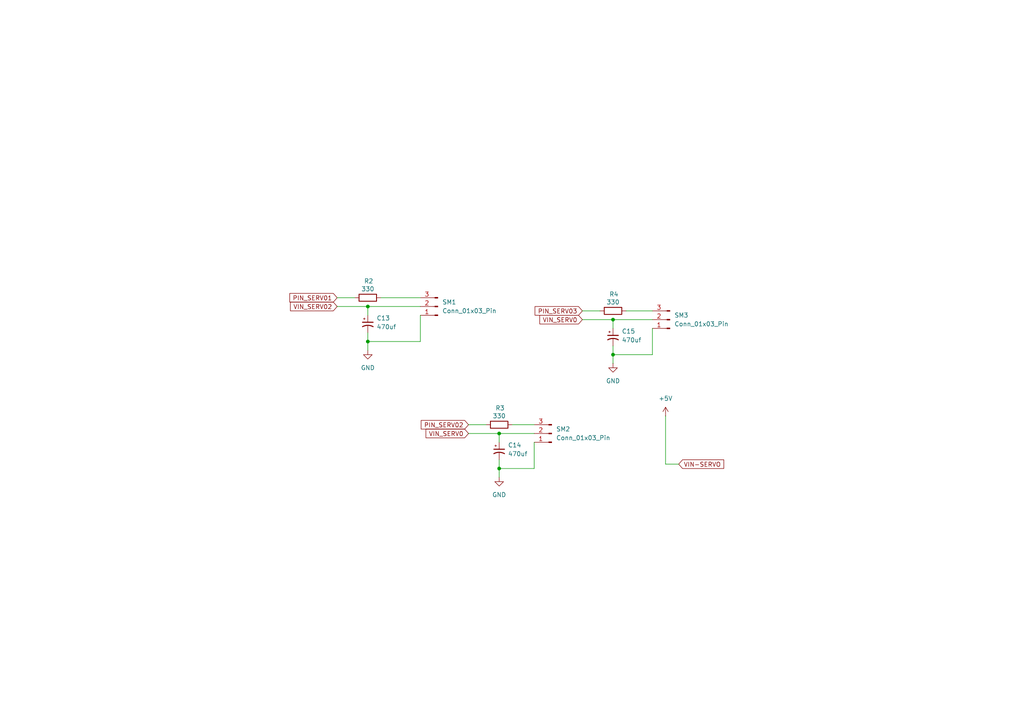
<source format=kicad_sch>
(kicad_sch
	(version 20250114)
	(generator "eeschema")
	(generator_version "9.0")
	(uuid "1d19d0e9-c1de-4dd9-b462-5df685d680fa")
	(paper "A4")
	(lib_symbols
		(symbol "Connector:Conn_01x03_Pin"
			(pin_names
				(offset 1.016)
				(hide yes)
			)
			(exclude_from_sim no)
			(in_bom yes)
			(on_board yes)
			(property "Reference" "J"
				(at 0 5.08 0)
				(effects
					(font
						(size 1.27 1.27)
					)
				)
			)
			(property "Value" "Conn_01x03_Pin"
				(at 0 -5.08 0)
				(effects
					(font
						(size 1.27 1.27)
					)
				)
			)
			(property "Footprint" ""
				(at 0 0 0)
				(effects
					(font
						(size 1.27 1.27)
					)
					(hide yes)
				)
			)
			(property "Datasheet" "~"
				(at 0 0 0)
				(effects
					(font
						(size 1.27 1.27)
					)
					(hide yes)
				)
			)
			(property "Description" "Generic connector, single row, 01x03, script generated"
				(at 0 0 0)
				(effects
					(font
						(size 1.27 1.27)
					)
					(hide yes)
				)
			)
			(property "ki_locked" ""
				(at 0 0 0)
				(effects
					(font
						(size 1.27 1.27)
					)
				)
			)
			(property "ki_keywords" "connector"
				(at 0 0 0)
				(effects
					(font
						(size 1.27 1.27)
					)
					(hide yes)
				)
			)
			(property "ki_fp_filters" "Connector*:*_1x??_*"
				(at 0 0 0)
				(effects
					(font
						(size 1.27 1.27)
					)
					(hide yes)
				)
			)
			(symbol "Conn_01x03_Pin_1_1"
				(rectangle
					(start 0.8636 2.667)
					(end 0 2.413)
					(stroke
						(width 0.1524)
						(type default)
					)
					(fill
						(type outline)
					)
				)
				(rectangle
					(start 0.8636 0.127)
					(end 0 -0.127)
					(stroke
						(width 0.1524)
						(type default)
					)
					(fill
						(type outline)
					)
				)
				(rectangle
					(start 0.8636 -2.413)
					(end 0 -2.667)
					(stroke
						(width 0.1524)
						(type default)
					)
					(fill
						(type outline)
					)
				)
				(polyline
					(pts
						(xy 1.27 2.54) (xy 0.8636 2.54)
					)
					(stroke
						(width 0.1524)
						(type default)
					)
					(fill
						(type none)
					)
				)
				(polyline
					(pts
						(xy 1.27 0) (xy 0.8636 0)
					)
					(stroke
						(width 0.1524)
						(type default)
					)
					(fill
						(type none)
					)
				)
				(polyline
					(pts
						(xy 1.27 -2.54) (xy 0.8636 -2.54)
					)
					(stroke
						(width 0.1524)
						(type default)
					)
					(fill
						(type none)
					)
				)
				(pin passive line
					(at 5.08 2.54 180)
					(length 3.81)
					(name "Pin_1"
						(effects
							(font
								(size 1.27 1.27)
							)
						)
					)
					(number "1"
						(effects
							(font
								(size 1.27 1.27)
							)
						)
					)
				)
				(pin passive line
					(at 5.08 0 180)
					(length 3.81)
					(name "Pin_2"
						(effects
							(font
								(size 1.27 1.27)
							)
						)
					)
					(number "2"
						(effects
							(font
								(size 1.27 1.27)
							)
						)
					)
				)
				(pin passive line
					(at 5.08 -2.54 180)
					(length 3.81)
					(name "Pin_3"
						(effects
							(font
								(size 1.27 1.27)
							)
						)
					)
					(number "3"
						(effects
							(font
								(size 1.27 1.27)
							)
						)
					)
				)
			)
			(embedded_fonts no)
		)
		(symbol "Device:C_Polarized_Small_US"
			(pin_numbers
				(hide yes)
			)
			(pin_names
				(offset 0.254)
				(hide yes)
			)
			(exclude_from_sim no)
			(in_bom yes)
			(on_board yes)
			(property "Reference" "C"
				(at 0.254 1.778 0)
				(effects
					(font
						(size 1.27 1.27)
					)
					(justify left)
				)
			)
			(property "Value" "C_Polarized_Small_US"
				(at 0.254 -2.032 0)
				(effects
					(font
						(size 1.27 1.27)
					)
					(justify left)
				)
			)
			(property "Footprint" ""
				(at 0 0 0)
				(effects
					(font
						(size 1.27 1.27)
					)
					(hide yes)
				)
			)
			(property "Datasheet" "~"
				(at 0 0 0)
				(effects
					(font
						(size 1.27 1.27)
					)
					(hide yes)
				)
			)
			(property "Description" "Polarized capacitor, small US symbol"
				(at 0 0 0)
				(effects
					(font
						(size 1.27 1.27)
					)
					(hide yes)
				)
			)
			(property "ki_keywords" "cap capacitor"
				(at 0 0 0)
				(effects
					(font
						(size 1.27 1.27)
					)
					(hide yes)
				)
			)
			(property "ki_fp_filters" "CP_*"
				(at 0 0 0)
				(effects
					(font
						(size 1.27 1.27)
					)
					(hide yes)
				)
			)
			(symbol "C_Polarized_Small_US_0_1"
				(polyline
					(pts
						(xy -1.524 0.508) (xy 1.524 0.508)
					)
					(stroke
						(width 0.3048)
						(type default)
					)
					(fill
						(type none)
					)
				)
				(polyline
					(pts
						(xy -1.27 1.524) (xy -0.762 1.524)
					)
					(stroke
						(width 0)
						(type default)
					)
					(fill
						(type none)
					)
				)
				(polyline
					(pts
						(xy -1.016 1.27) (xy -1.016 1.778)
					)
					(stroke
						(width 0)
						(type default)
					)
					(fill
						(type none)
					)
				)
				(arc
					(start -1.524 -0.762)
					(mid 0 -0.3734)
					(end 1.524 -0.762)
					(stroke
						(width 0.3048)
						(type default)
					)
					(fill
						(type none)
					)
				)
			)
			(symbol "C_Polarized_Small_US_1_1"
				(pin passive line
					(at 0 2.54 270)
					(length 2.032)
					(name "~"
						(effects
							(font
								(size 1.27 1.27)
							)
						)
					)
					(number "1"
						(effects
							(font
								(size 1.27 1.27)
							)
						)
					)
				)
				(pin passive line
					(at 0 -2.54 90)
					(length 2.032)
					(name "~"
						(effects
							(font
								(size 1.27 1.27)
							)
						)
					)
					(number "2"
						(effects
							(font
								(size 1.27 1.27)
							)
						)
					)
				)
			)
			(embedded_fonts no)
		)
		(symbol "Device:R"
			(pin_numbers
				(hide yes)
			)
			(pin_names
				(offset 0)
			)
			(exclude_from_sim no)
			(in_bom yes)
			(on_board yes)
			(property "Reference" "R"
				(at 2.032 0 90)
				(effects
					(font
						(size 1.27 1.27)
					)
				)
			)
			(property "Value" "R"
				(at 0 0 90)
				(effects
					(font
						(size 1.27 1.27)
					)
				)
			)
			(property "Footprint" ""
				(at -1.778 0 90)
				(effects
					(font
						(size 1.27 1.27)
					)
					(hide yes)
				)
			)
			(property "Datasheet" "~"
				(at 0 0 0)
				(effects
					(font
						(size 1.27 1.27)
					)
					(hide yes)
				)
			)
			(property "Description" "Resistor"
				(at 0 0 0)
				(effects
					(font
						(size 1.27 1.27)
					)
					(hide yes)
				)
			)
			(property "ki_keywords" "R res resistor"
				(at 0 0 0)
				(effects
					(font
						(size 1.27 1.27)
					)
					(hide yes)
				)
			)
			(property "ki_fp_filters" "R_*"
				(at 0 0 0)
				(effects
					(font
						(size 1.27 1.27)
					)
					(hide yes)
				)
			)
			(symbol "R_0_1"
				(rectangle
					(start -1.016 -2.54)
					(end 1.016 2.54)
					(stroke
						(width 0.254)
						(type default)
					)
					(fill
						(type none)
					)
				)
			)
			(symbol "R_1_1"
				(pin passive line
					(at 0 3.81 270)
					(length 1.27)
					(name "~"
						(effects
							(font
								(size 1.27 1.27)
							)
						)
					)
					(number "1"
						(effects
							(font
								(size 1.27 1.27)
							)
						)
					)
				)
				(pin passive line
					(at 0 -3.81 90)
					(length 1.27)
					(name "~"
						(effects
							(font
								(size 1.27 1.27)
							)
						)
					)
					(number "2"
						(effects
							(font
								(size 1.27 1.27)
							)
						)
					)
				)
			)
			(embedded_fonts no)
		)
		(symbol "power:GND"
			(power)
			(pin_numbers
				(hide yes)
			)
			(pin_names
				(offset 0)
				(hide yes)
			)
			(exclude_from_sim no)
			(in_bom yes)
			(on_board yes)
			(property "Reference" "#PWR"
				(at 0 -6.35 0)
				(effects
					(font
						(size 1.27 1.27)
					)
					(hide yes)
				)
			)
			(property "Value" "GND"
				(at 0 -3.81 0)
				(effects
					(font
						(size 1.27 1.27)
					)
				)
			)
			(property "Footprint" ""
				(at 0 0 0)
				(effects
					(font
						(size 1.27 1.27)
					)
					(hide yes)
				)
			)
			(property "Datasheet" ""
				(at 0 0 0)
				(effects
					(font
						(size 1.27 1.27)
					)
					(hide yes)
				)
			)
			(property "Description" "Power symbol creates a global label with name \"GND\" , ground"
				(at 0 0 0)
				(effects
					(font
						(size 1.27 1.27)
					)
					(hide yes)
				)
			)
			(property "ki_keywords" "global power"
				(at 0 0 0)
				(effects
					(font
						(size 1.27 1.27)
					)
					(hide yes)
				)
			)
			(symbol "GND_0_1"
				(polyline
					(pts
						(xy 0 0) (xy 0 -1.27) (xy 1.27 -1.27) (xy 0 -2.54) (xy -1.27 -1.27) (xy 0 -1.27)
					)
					(stroke
						(width 0)
						(type default)
					)
					(fill
						(type none)
					)
				)
			)
			(symbol "GND_1_1"
				(pin power_in line
					(at 0 0 270)
					(length 0)
					(name "~"
						(effects
							(font
								(size 1.27 1.27)
							)
						)
					)
					(number "1"
						(effects
							(font
								(size 1.27 1.27)
							)
						)
					)
				)
			)
			(embedded_fonts no)
		)
		(symbol "power:VCC"
			(power)
			(pin_numbers
				(hide yes)
			)
			(pin_names
				(offset 0)
				(hide yes)
			)
			(exclude_from_sim no)
			(in_bom yes)
			(on_board yes)
			(property "Reference" "#PWR"
				(at 0 -3.81 0)
				(effects
					(font
						(size 1.27 1.27)
					)
					(hide yes)
				)
			)
			(property "Value" "VCC"
				(at 0 3.556 0)
				(effects
					(font
						(size 1.27 1.27)
					)
				)
			)
			(property "Footprint" ""
				(at 0 0 0)
				(effects
					(font
						(size 1.27 1.27)
					)
					(hide yes)
				)
			)
			(property "Datasheet" ""
				(at 0 0 0)
				(effects
					(font
						(size 1.27 1.27)
					)
					(hide yes)
				)
			)
			(property "Description" "Power symbol creates a global label with name \"VCC\""
				(at 0 0 0)
				(effects
					(font
						(size 1.27 1.27)
					)
					(hide yes)
				)
			)
			(property "ki_keywords" "global power"
				(at 0 0 0)
				(effects
					(font
						(size 1.27 1.27)
					)
					(hide yes)
				)
			)
			(symbol "VCC_0_1"
				(polyline
					(pts
						(xy -0.762 1.27) (xy 0 2.54)
					)
					(stroke
						(width 0)
						(type default)
					)
					(fill
						(type none)
					)
				)
				(polyline
					(pts
						(xy 0 2.54) (xy 0.762 1.27)
					)
					(stroke
						(width 0)
						(type default)
					)
					(fill
						(type none)
					)
				)
				(polyline
					(pts
						(xy 0 0) (xy 0 2.54)
					)
					(stroke
						(width 0)
						(type default)
					)
					(fill
						(type none)
					)
				)
			)
			(symbol "VCC_1_1"
				(pin power_in line
					(at 0 0 90)
					(length 0)
					(name "~"
						(effects
							(font
								(size 1.27 1.27)
							)
						)
					)
					(number "1"
						(effects
							(font
								(size 1.27 1.27)
							)
						)
					)
				)
			)
			(embedded_fonts no)
		)
	)
	(junction
		(at 144.78 125.73)
		(diameter 0)
		(color 0 0 0 0)
		(uuid "5f560817-689c-4a12-8f01-9563945d3d04")
	)
	(junction
		(at 106.68 99.06)
		(diameter 0)
		(color 0 0 0 0)
		(uuid "6825fa38-c713-49c7-b26c-0f4b2cfc1019")
	)
	(junction
		(at 177.8 92.71)
		(diameter 0)
		(color 0 0 0 0)
		(uuid "8dc40440-21ff-4f35-bd78-b976148320ee")
	)
	(junction
		(at 177.8 102.87)
		(diameter 0)
		(color 0 0 0 0)
		(uuid "ce75be51-644e-430e-b112-f9899cec102f")
	)
	(junction
		(at 144.78 135.89)
		(diameter 0)
		(color 0 0 0 0)
		(uuid "e94b68f0-c79d-44a0-b718-15e3d80322fe")
	)
	(junction
		(at 106.68 88.9)
		(diameter 0)
		(color 0 0 0 0)
		(uuid "fb4dfa7b-450c-4a75-89fd-9704b7bfbd00")
	)
	(wire
		(pts
			(xy 193.04 120.65) (xy 193.04 134.62)
		)
		(stroke
			(width 0)
			(type default)
		)
		(uuid "3fb6db68-951f-419f-bf0d-2c1e1a39cd5c")
	)
	(wire
		(pts
			(xy 168.91 90.17) (xy 173.99 90.17)
		)
		(stroke
			(width 0)
			(type default)
		)
		(uuid "41f8df96-a814-4418-8fed-aa026a7f60fc")
	)
	(wire
		(pts
			(xy 144.78 133.35) (xy 144.78 135.89)
		)
		(stroke
			(width 0)
			(type default)
		)
		(uuid "4ba81242-9ba2-4b13-b89e-d3d6062487a1")
	)
	(wire
		(pts
			(xy 148.59 123.19) (xy 154.94 123.19)
		)
		(stroke
			(width 0)
			(type default)
		)
		(uuid "526ae5c8-4333-49c3-99ef-9f85d0a1b729")
	)
	(wire
		(pts
			(xy 144.78 125.73) (xy 154.94 125.73)
		)
		(stroke
			(width 0)
			(type default)
		)
		(uuid "72817a74-fd8c-4c21-bc61-1168553115f2")
	)
	(wire
		(pts
			(xy 106.68 88.9) (xy 97.79 88.9)
		)
		(stroke
			(width 0)
			(type default)
		)
		(uuid "74305c87-3544-4e62-b511-0966479436f0")
	)
	(wire
		(pts
			(xy 177.8 92.71) (xy 168.91 92.71)
		)
		(stroke
			(width 0)
			(type default)
		)
		(uuid "75b7904a-55f7-481b-9d29-ce9ea11cacde")
	)
	(wire
		(pts
			(xy 121.92 99.06) (xy 106.68 99.06)
		)
		(stroke
			(width 0)
			(type default)
		)
		(uuid "77aefa24-3a8e-4b34-85eb-f71d82f84d54")
	)
	(wire
		(pts
			(xy 121.92 91.44) (xy 121.92 99.06)
		)
		(stroke
			(width 0)
			(type default)
		)
		(uuid "7aba6e9b-5eaa-4e28-86d0-87cbea183f48")
	)
	(wire
		(pts
			(xy 177.8 100.33) (xy 177.8 102.87)
		)
		(stroke
			(width 0)
			(type default)
		)
		(uuid "852d9aee-8438-4bdf-9fe6-8153014b10a6")
	)
	(wire
		(pts
			(xy 154.94 128.27) (xy 154.94 135.89)
		)
		(stroke
			(width 0)
			(type default)
		)
		(uuid "85f6a0ec-0e56-4c4a-9720-326a16807a0c")
	)
	(wire
		(pts
			(xy 144.78 135.89) (xy 144.78 138.43)
		)
		(stroke
			(width 0)
			(type default)
		)
		(uuid "873ef6f0-ea88-4138-b80b-44db818a8f5e")
	)
	(wire
		(pts
			(xy 177.8 95.25) (xy 177.8 92.71)
		)
		(stroke
			(width 0)
			(type default)
		)
		(uuid "9361831d-6785-479f-a74c-01ac211e61b2")
	)
	(wire
		(pts
			(xy 177.8 92.71) (xy 189.23 92.71)
		)
		(stroke
			(width 0)
			(type default)
		)
		(uuid "9f4870bc-919a-4386-960b-bca08427cc01")
	)
	(wire
		(pts
			(xy 135.89 123.19) (xy 140.97 123.19)
		)
		(stroke
			(width 0)
			(type default)
		)
		(uuid "a5f96808-8994-4f0c-a2a5-82b930c20880")
	)
	(wire
		(pts
			(xy 189.23 95.25) (xy 189.23 102.87)
		)
		(stroke
			(width 0)
			(type default)
		)
		(uuid "a7f107e6-ea1f-4f48-a41b-8b1971b41ed1")
	)
	(wire
		(pts
			(xy 106.68 96.52) (xy 106.68 99.06)
		)
		(stroke
			(width 0)
			(type default)
		)
		(uuid "ad51be25-874f-4b33-a3f7-c5d19498bf4c")
	)
	(wire
		(pts
			(xy 97.79 86.36) (xy 102.87 86.36)
		)
		(stroke
			(width 0)
			(type default)
		)
		(uuid "ae397ce8-ba33-44dd-bb86-2e394c58d15a")
	)
	(wire
		(pts
			(xy 193.04 134.62) (xy 196.85 134.62)
		)
		(stroke
			(width 0)
			(type default)
		)
		(uuid "b2161e94-d04f-4534-9cbe-5252e7998654")
	)
	(wire
		(pts
			(xy 177.8 102.87) (xy 177.8 105.41)
		)
		(stroke
			(width 0)
			(type default)
		)
		(uuid "b8bae107-7037-4bbc-b034-0d5b4e1153dd")
	)
	(wire
		(pts
			(xy 144.78 125.73) (xy 135.89 125.73)
		)
		(stroke
			(width 0)
			(type default)
		)
		(uuid "bf0bd627-0def-4745-8956-a0d65bae32d4")
	)
	(wire
		(pts
			(xy 181.61 90.17) (xy 189.23 90.17)
		)
		(stroke
			(width 0)
			(type default)
		)
		(uuid "bf351656-2a2f-4d4b-8796-41079fae5dba")
	)
	(wire
		(pts
			(xy 106.68 91.44) (xy 106.68 88.9)
		)
		(stroke
			(width 0)
			(type default)
		)
		(uuid "d68585eb-1b2f-43e5-a504-1a891f0defc0")
	)
	(wire
		(pts
			(xy 106.68 88.9) (xy 121.92 88.9)
		)
		(stroke
			(width 0)
			(type default)
		)
		(uuid "d941ac2d-8e7e-4d95-8bf7-abbeb2a41af0")
	)
	(wire
		(pts
			(xy 189.23 102.87) (xy 177.8 102.87)
		)
		(stroke
			(width 0)
			(type default)
		)
		(uuid "e469ea5f-30c9-482b-9166-5550b8e6918a")
	)
	(wire
		(pts
			(xy 144.78 128.27) (xy 144.78 125.73)
		)
		(stroke
			(width 0)
			(type default)
		)
		(uuid "ea1e7d02-88d7-4cec-889c-7ab92b1d645b")
	)
	(wire
		(pts
			(xy 106.68 99.06) (xy 106.68 101.6)
		)
		(stroke
			(width 0)
			(type default)
		)
		(uuid "f7828969-a1ea-4d75-9a35-8623d1c1d095")
	)
	(wire
		(pts
			(xy 154.94 135.89) (xy 144.78 135.89)
		)
		(stroke
			(width 0)
			(type default)
		)
		(uuid "fc34d58b-c000-47de-911e-debf869a0ce7")
	)
	(wire
		(pts
			(xy 110.49 86.36) (xy 121.92 86.36)
		)
		(stroke
			(width 0)
			(type default)
		)
		(uuid "ffe3a667-7d2b-4fac-904b-8a2d4580e7ff")
	)
	(global_label "PIN_SERV02"
		(shape input)
		(at 135.89 123.19 180)
		(fields_autoplaced yes)
		(effects
			(font
				(size 1.27 1.27)
			)
			(justify right)
		)
		(uuid "01342bd5-bff7-49bb-a567-dbd114625f8d")
		(property "Intersheetrefs" "${INTERSHEET_REFS}"
			(at 121.5958 123.19 0)
			(effects
				(font
					(size 1.27 1.27)
				)
				(justify right)
				(hide yes)
			)
		)
	)
	(global_label "VIN_SERV0"
		(shape input)
		(at 135.89 125.73 180)
		(fields_autoplaced yes)
		(effects
			(font
				(size 1.27 1.27)
			)
			(justify right)
		)
		(uuid "222c3b59-2974-44b3-8361-9b2d1d7c5d26")
		(property "Intersheetrefs" "${INTERSHEET_REFS}"
			(at 122.9867 125.73 0)
			(effects
				(font
					(size 1.27 1.27)
				)
				(justify right)
				(hide yes)
			)
		)
	)
	(global_label "PIN_SERV03"
		(shape input)
		(at 168.91 90.17 180)
		(fields_autoplaced yes)
		(effects
			(font
				(size 1.27 1.27)
			)
			(justify right)
		)
		(uuid "6642f447-e7b0-4aa9-84d4-02e1d10ff041")
		(property "Intersheetrefs" "${INTERSHEET_REFS}"
			(at 154.6158 90.17 0)
			(effects
				(font
					(size 1.27 1.27)
				)
				(justify right)
				(hide yes)
			)
		)
	)
	(global_label "PIN_SERV01"
		(shape input)
		(at 97.79 86.36 180)
		(fields_autoplaced yes)
		(effects
			(font
				(size 1.27 1.27)
			)
			(justify right)
		)
		(uuid "a92f13be-7c36-4900-b11e-cf5ed85baca4")
		(property "Intersheetrefs" "${INTERSHEET_REFS}"
			(at 83.4958 86.36 0)
			(effects
				(font
					(size 1.27 1.27)
				)
				(justify right)
				(hide yes)
			)
		)
	)
	(global_label "VIN-SERVO"
		(shape input)
		(at 196.85 134.62 0)
		(fields_autoplaced yes)
		(effects
			(font
				(size 1.27 1.27)
			)
			(justify left)
		)
		(uuid "e1e37fe7-316c-4ae6-b736-342543318ef6")
		(property "Intersheetrefs" "${INTERSHEET_REFS}"
			(at 210.4791 134.62 0)
			(effects
				(font
					(size 1.27 1.27)
				)
				(justify left)
				(hide yes)
			)
		)
	)
	(global_label "VIN_SERV02"
		(shape input)
		(at 97.79 88.9 180)
		(fields_autoplaced yes)
		(effects
			(font
				(size 1.27 1.27)
			)
			(justify right)
		)
		(uuid "f856a7e8-d0f8-44ce-9b18-8bd3c6b7bf43")
		(property "Intersheetrefs" "${INTERSHEET_REFS}"
			(at 83.6772 88.9 0)
			(effects
				(font
					(size 1.27 1.27)
				)
				(justify right)
				(hide yes)
			)
		)
	)
	(global_label "VIN_SERV0"
		(shape input)
		(at 168.91 92.71 180)
		(fields_autoplaced yes)
		(effects
			(font
				(size 1.27 1.27)
			)
			(justify right)
		)
		(uuid "f9f26faa-342f-4f6b-beb9-aec96b6b5d0e")
		(property "Intersheetrefs" "${INTERSHEET_REFS}"
			(at 156.0067 92.71 0)
			(effects
				(font
					(size 1.27 1.27)
				)
				(justify right)
				(hide yes)
			)
		)
	)
	(symbol
		(lib_id "power:GND")
		(at 177.8 105.41 0)
		(unit 1)
		(exclude_from_sim no)
		(in_bom yes)
		(on_board yes)
		(dnp no)
		(fields_autoplaced yes)
		(uuid "05325cb8-b54b-4036-af78-df1e63a5fa8c")
		(property "Reference" "#PWR027"
			(at 177.8 111.76 0)
			(effects
				(font
					(size 1.27 1.27)
				)
				(hide yes)
			)
		)
		(property "Value" "GND"
			(at 177.8 110.49 0)
			(effects
				(font
					(size 1.27 1.27)
				)
			)
		)
		(property "Footprint" ""
			(at 177.8 105.41 0)
			(effects
				(font
					(size 1.27 1.27)
				)
				(hide yes)
			)
		)
		(property "Datasheet" ""
			(at 177.8 105.41 0)
			(effects
				(font
					(size 1.27 1.27)
				)
				(hide yes)
			)
		)
		(property "Description" "Power symbol creates a global label with name \"GND\" , ground"
			(at 177.8 105.41 0)
			(effects
				(font
					(size 1.27 1.27)
				)
				(hide yes)
			)
		)
		(pin "1"
			(uuid "53cb76c5-b37a-47b0-b756-e8b88d2bedc9")
		)
		(instances
			(project "Tareas Pichardo."
				(path "/49bb0f38-df22-4577-b900-66deaf4e362d/37cb9d4a-f4a3-4518-ae8c-8d02780d6897"
					(reference "#PWR027")
					(unit 1)
				)
			)
		)
	)
	(symbol
		(lib_id "Device:R")
		(at 177.8 90.17 270)
		(unit 1)
		(exclude_from_sim no)
		(in_bom yes)
		(on_board yes)
		(dnp no)
		(uuid "06003eb4-6ff1-40d7-8398-764afa7daf5c")
		(property "Reference" "R4"
			(at 178.054 85.344 90)
			(effects
				(font
					(size 1.27 1.27)
				)
			)
		)
		(property "Value" "330"
			(at 177.8 87.63 90)
			(effects
				(font
					(size 1.27 1.27)
				)
			)
		)
		(property "Footprint" "Resistor_SMD:R_0201_0603Metric"
			(at 177.8 88.392 90)
			(effects
				(font
					(size 1.27 1.27)
				)
				(hide yes)
			)
		)
		(property "Datasheet" "~"
			(at 177.8 90.17 0)
			(effects
				(font
					(size 1.27 1.27)
				)
				(hide yes)
			)
		)
		(property "Description" "Resistor"
			(at 177.8 90.17 0)
			(effects
				(font
					(size 1.27 1.27)
				)
				(hide yes)
			)
		)
		(pin "2"
			(uuid "d5f25ff8-c281-49a0-9994-486f46826eb1")
		)
		(pin "1"
			(uuid "aed01585-01b1-4a6a-9288-451bcf11f72e")
		)
		(instances
			(project "Tareas Pichardo."
				(path "/49bb0f38-df22-4577-b900-66deaf4e362d/37cb9d4a-f4a3-4518-ae8c-8d02780d6897"
					(reference "R4")
					(unit 1)
				)
			)
		)
	)
	(symbol
		(lib_id "Device:C_Polarized_Small_US")
		(at 144.78 130.81 0)
		(unit 1)
		(exclude_from_sim no)
		(in_bom yes)
		(on_board yes)
		(dnp no)
		(fields_autoplaced yes)
		(uuid "12077eba-bab5-4656-8bff-39c4a6111e77")
		(property "Reference" "C14"
			(at 147.32 129.1081 0)
			(effects
				(font
					(size 1.27 1.27)
				)
				(justify left)
			)
		)
		(property "Value" "470uf"
			(at 147.32 131.6481 0)
			(effects
				(font
					(size 1.27 1.27)
				)
				(justify left)
			)
		)
		(property "Footprint" "Capacitor_SMD:C_0201_0603Metric"
			(at 144.78 130.81 0)
			(effects
				(font
					(size 1.27 1.27)
				)
				(hide yes)
			)
		)
		(property "Datasheet" "~"
			(at 144.78 130.81 0)
			(effects
				(font
					(size 1.27 1.27)
				)
				(hide yes)
			)
		)
		(property "Description" "Polarized capacitor, small US symbol"
			(at 144.78 130.81 0)
			(effects
				(font
					(size 1.27 1.27)
				)
				(hide yes)
			)
		)
		(pin "1"
			(uuid "c3b6c885-a63e-4016-a833-2536ff839b42")
		)
		(pin "2"
			(uuid "a4d6211a-20d7-44d1-9e2e-8585f6dfb5fe")
		)
		(instances
			(project "Tareas Pichardo."
				(path "/49bb0f38-df22-4577-b900-66deaf4e362d/37cb9d4a-f4a3-4518-ae8c-8d02780d6897"
					(reference "C14")
					(unit 1)
				)
			)
		)
	)
	(symbol
		(lib_id "Device:C_Polarized_Small_US")
		(at 177.8 97.79 0)
		(unit 1)
		(exclude_from_sim no)
		(in_bom yes)
		(on_board yes)
		(dnp no)
		(fields_autoplaced yes)
		(uuid "1a865519-24fb-48c9-abef-37ab66f54a18")
		(property "Reference" "C15"
			(at 180.34 96.0881 0)
			(effects
				(font
					(size 1.27 1.27)
				)
				(justify left)
			)
		)
		(property "Value" "470uf"
			(at 180.34 98.6281 0)
			(effects
				(font
					(size 1.27 1.27)
				)
				(justify left)
			)
		)
		(property "Footprint" "Capacitor_SMD:C_0201_0603Metric"
			(at 177.8 97.79 0)
			(effects
				(font
					(size 1.27 1.27)
				)
				(hide yes)
			)
		)
		(property "Datasheet" "~"
			(at 177.8 97.79 0)
			(effects
				(font
					(size 1.27 1.27)
				)
				(hide yes)
			)
		)
		(property "Description" "Polarized capacitor, small US symbol"
			(at 177.8 97.79 0)
			(effects
				(font
					(size 1.27 1.27)
				)
				(hide yes)
			)
		)
		(pin "1"
			(uuid "faa7579a-bb53-443d-b153-ba0ec4ac6f79")
		)
		(pin "2"
			(uuid "6b349b24-a8b1-4fd4-966a-5e1ee97dba25")
		)
		(instances
			(project "Tareas Pichardo."
				(path "/49bb0f38-df22-4577-b900-66deaf4e362d/37cb9d4a-f4a3-4518-ae8c-8d02780d6897"
					(reference "C15")
					(unit 1)
				)
			)
		)
	)
	(symbol
		(lib_id "power:GND")
		(at 144.78 138.43 0)
		(unit 1)
		(exclude_from_sim no)
		(in_bom yes)
		(on_board yes)
		(dnp no)
		(fields_autoplaced yes)
		(uuid "3fdda49a-bb6a-4d53-a764-34e0af8b76b1")
		(property "Reference" "#PWR026"
			(at 144.78 144.78 0)
			(effects
				(font
					(size 1.27 1.27)
				)
				(hide yes)
			)
		)
		(property "Value" "GND"
			(at 144.78 143.51 0)
			(effects
				(font
					(size 1.27 1.27)
				)
			)
		)
		(property "Footprint" ""
			(at 144.78 138.43 0)
			(effects
				(font
					(size 1.27 1.27)
				)
				(hide yes)
			)
		)
		(property "Datasheet" ""
			(at 144.78 138.43 0)
			(effects
				(font
					(size 1.27 1.27)
				)
				(hide yes)
			)
		)
		(property "Description" "Power symbol creates a global label with name \"GND\" , ground"
			(at 144.78 138.43 0)
			(effects
				(font
					(size 1.27 1.27)
				)
				(hide yes)
			)
		)
		(pin "1"
			(uuid "7fff97b5-af7a-4351-a872-5f32f752c1ab")
		)
		(instances
			(project "Tareas Pichardo."
				(path "/49bb0f38-df22-4577-b900-66deaf4e362d/37cb9d4a-f4a3-4518-ae8c-8d02780d6897"
					(reference "#PWR026")
					(unit 1)
				)
			)
		)
	)
	(symbol
		(lib_id "Device:C_Polarized_Small_US")
		(at 106.68 93.98 0)
		(unit 1)
		(exclude_from_sim no)
		(in_bom yes)
		(on_board yes)
		(dnp no)
		(fields_autoplaced yes)
		(uuid "5288aaa1-8b35-4d29-9e51-476a7a14180e")
		(property "Reference" "C13"
			(at 109.22 92.2781 0)
			(effects
				(font
					(size 1.27 1.27)
				)
				(justify left)
			)
		)
		(property "Value" "470uf"
			(at 109.22 94.8181 0)
			(effects
				(font
					(size 1.27 1.27)
				)
				(justify left)
			)
		)
		(property "Footprint" "Capacitor_SMD:C_0201_0603Metric"
			(at 106.68 93.98 0)
			(effects
				(font
					(size 1.27 1.27)
				)
				(hide yes)
			)
		)
		(property "Datasheet" "~"
			(at 106.68 93.98 0)
			(effects
				(font
					(size 1.27 1.27)
				)
				(hide yes)
			)
		)
		(property "Description" "Polarized capacitor, small US symbol"
			(at 106.68 93.98 0)
			(effects
				(font
					(size 1.27 1.27)
				)
				(hide yes)
			)
		)
		(pin "1"
			(uuid "0fd9d951-c8ce-4f3a-9abf-b810a07cf10b")
		)
		(pin "2"
			(uuid "5932cb2e-bf86-4d9d-b88f-75f064136096")
		)
		(instances
			(project "Tareas Pichardo."
				(path "/49bb0f38-df22-4577-b900-66deaf4e362d/37cb9d4a-f4a3-4518-ae8c-8d02780d6897"
					(reference "C13")
					(unit 1)
				)
			)
		)
	)
	(symbol
		(lib_id "power:VCC")
		(at 193.04 120.65 0)
		(unit 1)
		(exclude_from_sim no)
		(in_bom yes)
		(on_board yes)
		(dnp no)
		(fields_autoplaced yes)
		(uuid "5f0f8566-1bfd-4d30-94c7-a24d0d8db7f4")
		(property "Reference" "#PWR032"
			(at 193.04 124.46 0)
			(effects
				(font
					(size 1.27 1.27)
				)
				(hide yes)
			)
		)
		(property "Value" "+5V"
			(at 193.04 115.57 0)
			(effects
				(font
					(size 1.27 1.27)
				)
			)
		)
		(property "Footprint" ""
			(at 193.04 120.65 0)
			(effects
				(font
					(size 1.27 1.27)
				)
				(hide yes)
			)
		)
		(property "Datasheet" ""
			(at 193.04 120.65 0)
			(effects
				(font
					(size 1.27 1.27)
				)
				(hide yes)
			)
		)
		(property "Description" "Power symbol creates a global label with name \"VCC\""
			(at 193.04 120.65 0)
			(effects
				(font
					(size 1.27 1.27)
				)
				(hide yes)
			)
		)
		(pin "1"
			(uuid "97305a14-8b92-41c8-a619-ec4001c81a93")
		)
		(instances
			(project "Tareas Pichardo."
				(path "/49bb0f38-df22-4577-b900-66deaf4e362d/37cb9d4a-f4a3-4518-ae8c-8d02780d6897"
					(reference "#PWR032")
					(unit 1)
				)
			)
		)
	)
	(symbol
		(lib_id "Connector:Conn_01x03_Pin")
		(at 127 88.9 180)
		(unit 1)
		(exclude_from_sim no)
		(in_bom yes)
		(on_board yes)
		(dnp no)
		(fields_autoplaced yes)
		(uuid "656f6f07-efa9-4689-a136-bc0e1f8485eb")
		(property "Reference" "SM1"
			(at 128.27 87.6299 0)
			(effects
				(font
					(size 1.27 1.27)
				)
				(justify right)
			)
		)
		(property "Value" "Conn_01x03_Pin"
			(at 128.27 90.1699 0)
			(effects
				(font
					(size 1.27 1.27)
				)
				(justify right)
			)
		)
		(property "Footprint" "Connector:FanPinHeader_1x03_P2.54mm_Vertical"
			(at 127 88.9 0)
			(effects
				(font
					(size 1.27 1.27)
				)
				(hide yes)
			)
		)
		(property "Datasheet" "~"
			(at 127 88.9 0)
			(effects
				(font
					(size 1.27 1.27)
				)
				(hide yes)
			)
		)
		(property "Description" "Generic connector, single row, 01x03, script generated"
			(at 127 88.9 0)
			(effects
				(font
					(size 1.27 1.27)
				)
				(hide yes)
			)
		)
		(pin "3"
			(uuid "4da6e189-bdfd-4e53-b31e-185a94e44c3c")
		)
		(pin "2"
			(uuid "4a548e74-eb73-4958-80fd-c464385c9323")
		)
		(pin "1"
			(uuid "d6ed90c2-905a-40f9-8822-4bea4eddbf1f")
		)
		(instances
			(project "Tareas Pichardo."
				(path "/49bb0f38-df22-4577-b900-66deaf4e362d/37cb9d4a-f4a3-4518-ae8c-8d02780d6897"
					(reference "SM1")
					(unit 1)
				)
			)
		)
	)
	(symbol
		(lib_id "power:GND")
		(at 106.68 101.6 0)
		(unit 1)
		(exclude_from_sim no)
		(in_bom yes)
		(on_board yes)
		(dnp no)
		(fields_autoplaced yes)
		(uuid "9fa577b5-00be-4c13-b814-e190619c8d7c")
		(property "Reference" "#PWR025"
			(at 106.68 107.95 0)
			(effects
				(font
					(size 1.27 1.27)
				)
				(hide yes)
			)
		)
		(property "Value" "GND"
			(at 106.68 106.68 0)
			(effects
				(font
					(size 1.27 1.27)
				)
			)
		)
		(property "Footprint" ""
			(at 106.68 101.6 0)
			(effects
				(font
					(size 1.27 1.27)
				)
				(hide yes)
			)
		)
		(property "Datasheet" ""
			(at 106.68 101.6 0)
			(effects
				(font
					(size 1.27 1.27)
				)
				(hide yes)
			)
		)
		(property "Description" "Power symbol creates a global label with name \"GND\" , ground"
			(at 106.68 101.6 0)
			(effects
				(font
					(size 1.27 1.27)
				)
				(hide yes)
			)
		)
		(pin "1"
			(uuid "3f7b0de9-0461-4a0d-ae99-b8503c03fe94")
		)
		(instances
			(project "Tareas Pichardo."
				(path "/49bb0f38-df22-4577-b900-66deaf4e362d/37cb9d4a-f4a3-4518-ae8c-8d02780d6897"
					(reference "#PWR025")
					(unit 1)
				)
			)
		)
	)
	(symbol
		(lib_id "Connector:Conn_01x03_Pin")
		(at 194.31 92.71 180)
		(unit 1)
		(exclude_from_sim no)
		(in_bom yes)
		(on_board yes)
		(dnp no)
		(fields_autoplaced yes)
		(uuid "c148b9d1-8141-4bf8-b6b3-70105f1f7af4")
		(property "Reference" "SM3"
			(at 195.58 91.4399 0)
			(effects
				(font
					(size 1.27 1.27)
				)
				(justify right)
			)
		)
		(property "Value" "Conn_01x03_Pin"
			(at 195.58 93.9799 0)
			(effects
				(font
					(size 1.27 1.27)
				)
				(justify right)
			)
		)
		(property "Footprint" "Connector:FanPinHeader_1x03_P2.54mm_Vertical"
			(at 194.31 92.71 0)
			(effects
				(font
					(size 1.27 1.27)
				)
				(hide yes)
			)
		)
		(property "Datasheet" "~"
			(at 194.31 92.71 0)
			(effects
				(font
					(size 1.27 1.27)
				)
				(hide yes)
			)
		)
		(property "Description" "Generic connector, single row, 01x03, script generated"
			(at 194.31 92.71 0)
			(effects
				(font
					(size 1.27 1.27)
				)
				(hide yes)
			)
		)
		(pin "3"
			(uuid "292d1d8b-edc2-4842-8062-3138c28aaad6")
		)
		(pin "2"
			(uuid "f151bf63-5730-4740-a510-27440b39f8ab")
		)
		(pin "1"
			(uuid "574d10d8-7d11-4010-bf9d-bd49b8576ca4")
		)
		(instances
			(project "Tareas Pichardo."
				(path "/49bb0f38-df22-4577-b900-66deaf4e362d/37cb9d4a-f4a3-4518-ae8c-8d02780d6897"
					(reference "SM3")
					(unit 1)
				)
			)
		)
	)
	(symbol
		(lib_id "Device:R")
		(at 106.68 86.36 270)
		(unit 1)
		(exclude_from_sim no)
		(in_bom yes)
		(on_board yes)
		(dnp no)
		(uuid "dccbff68-ab2e-47d8-af19-3d2db24b7e71")
		(property "Reference" "R2"
			(at 106.934 81.534 90)
			(effects
				(font
					(size 1.27 1.27)
				)
			)
		)
		(property "Value" "330"
			(at 106.68 83.82 90)
			(effects
				(font
					(size 1.27 1.27)
				)
			)
		)
		(property "Footprint" "Resistor_SMD:R_0201_0603Metric"
			(at 106.68 84.582 90)
			(effects
				(font
					(size 1.27 1.27)
				)
				(hide yes)
			)
		)
		(property "Datasheet" "~"
			(at 106.68 86.36 0)
			(effects
				(font
					(size 1.27 1.27)
				)
				(hide yes)
			)
		)
		(property "Description" "Resistor"
			(at 106.68 86.36 0)
			(effects
				(font
					(size 1.27 1.27)
				)
				(hide yes)
			)
		)
		(pin "2"
			(uuid "e63bae4a-1524-4e89-a9cb-fab72015beea")
		)
		(pin "1"
			(uuid "57cb67d2-3bb4-4c5e-a9cd-f0f6c83e115a")
		)
		(instances
			(project "Tareas Pichardo."
				(path "/49bb0f38-df22-4577-b900-66deaf4e362d/37cb9d4a-f4a3-4518-ae8c-8d02780d6897"
					(reference "R2")
					(unit 1)
				)
			)
		)
	)
	(symbol
		(lib_id "Device:R")
		(at 144.78 123.19 270)
		(unit 1)
		(exclude_from_sim no)
		(in_bom yes)
		(on_board yes)
		(dnp no)
		(uuid "e73da79c-e735-496d-8a18-5751fd322471")
		(property "Reference" "R3"
			(at 145.034 118.364 90)
			(effects
				(font
					(size 1.27 1.27)
				)
			)
		)
		(property "Value" "330"
			(at 144.78 120.65 90)
			(effects
				(font
					(size 1.27 1.27)
				)
			)
		)
		(property "Footprint" "Resistor_SMD:R_0201_0603Metric"
			(at 144.78 121.412 90)
			(effects
				(font
					(size 1.27 1.27)
				)
				(hide yes)
			)
		)
		(property "Datasheet" "~"
			(at 144.78 123.19 0)
			(effects
				(font
					(size 1.27 1.27)
				)
				(hide yes)
			)
		)
		(property "Description" "Resistor"
			(at 144.78 123.19 0)
			(effects
				(font
					(size 1.27 1.27)
				)
				(hide yes)
			)
		)
		(pin "2"
			(uuid "3cf6c204-12b4-4ab0-9863-713ee9ca0e3b")
		)
		(pin "1"
			(uuid "b3dddc6d-72c8-49ca-8f9e-8aea8dfbae50")
		)
		(instances
			(project "Tareas Pichardo."
				(path "/49bb0f38-df22-4577-b900-66deaf4e362d/37cb9d4a-f4a3-4518-ae8c-8d02780d6897"
					(reference "R3")
					(unit 1)
				)
			)
		)
	)
	(symbol
		(lib_id "Connector:Conn_01x03_Pin")
		(at 160.02 125.73 180)
		(unit 1)
		(exclude_from_sim no)
		(in_bom yes)
		(on_board yes)
		(dnp no)
		(fields_autoplaced yes)
		(uuid "ef180f13-3edf-496a-a7a6-709ba006c230")
		(property "Reference" "SM2"
			(at 161.29 124.4599 0)
			(effects
				(font
					(size 1.27 1.27)
				)
				(justify right)
			)
		)
		(property "Value" "Conn_01x03_Pin"
			(at 161.29 126.9999 0)
			(effects
				(font
					(size 1.27 1.27)
				)
				(justify right)
			)
		)
		(property "Footprint" "Connector:FanPinHeader_1x03_P2.54mm_Vertical"
			(at 160.02 125.73 0)
			(effects
				(font
					(size 1.27 1.27)
				)
				(hide yes)
			)
		)
		(property "Datasheet" "~"
			(at 160.02 125.73 0)
			(effects
				(font
					(size 1.27 1.27)
				)
				(hide yes)
			)
		)
		(property "Description" "Generic connector, single row, 01x03, script generated"
			(at 160.02 125.73 0)
			(effects
				(font
					(size 1.27 1.27)
				)
				(hide yes)
			)
		)
		(pin "3"
			(uuid "20b8cf36-fefe-4261-9835-7a449a3f5376")
		)
		(pin "2"
			(uuid "c02e4af2-d82c-4752-bf77-853a042114f8")
		)
		(pin "1"
			(uuid "f15c09fb-6249-4d89-8c13-21a7b819ea25")
		)
		(instances
			(project "Tareas Pichardo."
				(path "/49bb0f38-df22-4577-b900-66deaf4e362d/37cb9d4a-f4a3-4518-ae8c-8d02780d6897"
					(reference "SM2")
					(unit 1)
				)
			)
		)
	)
)

</source>
